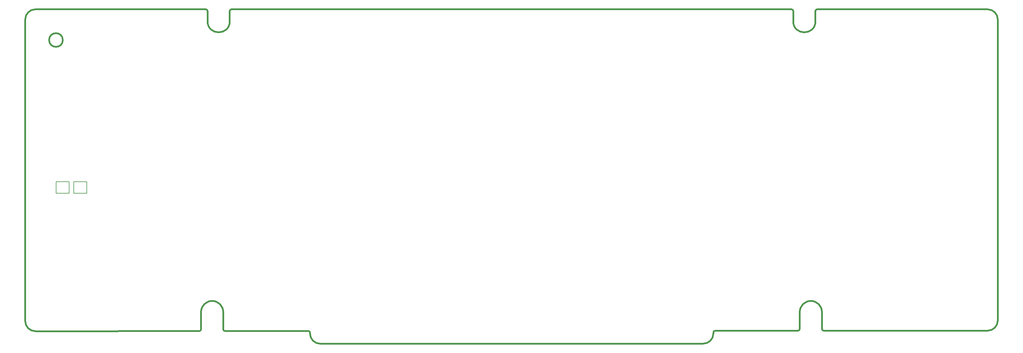
<source format=gbr>
%TF.GenerationSoftware,KiCad,Pcbnew,8.99.0-946-gf00a1ab517*%
%TF.CreationDate,2024-05-15T19:37:32+07:00*%
%TF.ProjectId,toro60,746f726f-3630-42e6-9b69-6361645f7063,rev?*%
%TF.SameCoordinates,Original*%
%TF.FileFunction,Profile,NP*%
%FSLAX46Y46*%
G04 Gerber Fmt 4.6, Leading zero omitted, Abs format (unit mm)*
G04 Created by KiCad (PCBNEW 8.99.0-946-gf00a1ab517) date 2024-05-15 19:37:32*
%MOMM*%
%LPD*%
G01*
G04 APERTURE LIST*
%TA.AperFunction,Profile*%
%ADD10C,0.500000*%
%TD*%
%TA.AperFunction,Profile*%
%ADD11C,0.150000*%
%TD*%
G04 APERTURE END LIST*
D10*
X125000000Y-89010000D02*
G75*
G02*
X122000000Y-86010000I0J3000000D01*
G01*
X240080000Y-85990000D02*
G75*
G02*
X237080000Y-88990000I-3000000J0D01*
G01*
X97100575Y-85284572D02*
G75*
G02*
X96599990Y-84776514I-475J500172D01*
G01*
X121497113Y-85256239D02*
X97100575Y-85284572D01*
X323330000Y6002494D02*
X323330000Y-82186914D01*
X122000000Y-86010000D02*
X121997804Y-85748250D01*
X91504894Y9012911D02*
X41609747Y9012911D01*
X98505000Y8512886D02*
G75*
G02*
X98996787Y9012929I500200J-86D01*
G01*
X92005000Y8508543D02*
X92005000Y5501773D01*
X91504894Y9012911D02*
G75*
G02*
X92004993Y8508543I6J-500111D01*
G01*
X96600000Y-84776514D02*
X96600000Y-79712091D01*
X98505000Y5512886D02*
G75*
G02*
X92005019Y5501773I-3250000J14D01*
G01*
X262954694Y9012911D02*
G75*
G02*
X263454911Y8512686I106J-500111D01*
G01*
X263454993Y8512686D02*
X263454993Y5512986D01*
X49630000Y10000D02*
G75*
G02*
X45630000Y10000I-2000000J0D01*
G01*
X45630000Y10000D02*
G75*
G02*
X49630000Y10000I2000000J0D01*
G01*
X89600579Y-85293283D02*
X89600580Y-85293282D01*
X90100000Y-79712091D02*
X90100000Y-84793314D01*
X269954993Y5512986D02*
G75*
G02*
X263454993Y5512986I-3250000J1D01*
G01*
X272359894Y-85187089D02*
G75*
G02*
X271859982Y-84678571I106J500089D01*
G01*
X38630000Y-82348992D02*
X38630000Y6012886D01*
X240081500Y-85687214D02*
X240080000Y-85990000D01*
X265359993Y-79712014D02*
X265359993Y-84686914D01*
X262954694Y9012911D02*
X98996787Y9012911D01*
X89600580Y-85293282D02*
X41633478Y-85348990D01*
X90100000Y-84793314D02*
G75*
G02*
X89600579Y-85293300I-500000J14D01*
G01*
X41633478Y-85348990D02*
G75*
G02*
X38630008Y-82348992I-3478J2999990D01*
G01*
X98505000Y5512886D02*
X98505000Y8512886D01*
X320329994Y9012911D02*
G75*
G02*
X323329993Y6002494I6J-3000011D01*
G01*
X269954993Y5512986D02*
X269954993Y8512886D01*
X323330000Y-82186914D02*
G75*
G02*
X320329894Y-85187000I-3000000J-86D01*
G01*
X240081500Y-85687214D02*
G75*
G02*
X240573287Y-85187071I500200J14D01*
G01*
X270454994Y9012887D02*
X270454994Y9012911D01*
X121497113Y-85256239D02*
G75*
G02*
X121997795Y-85748250I587J-500161D01*
G01*
X38630000Y6012886D02*
G75*
G02*
X41609747Y9012930I3000200J-86D01*
G01*
X320329894Y-85187020D02*
X320329894Y-85187089D01*
X90100000Y-79712091D02*
G75*
G02*
X96600000Y-79712091I3250000J2D01*
G01*
X263454919Y8512686D02*
X263454993Y8512686D01*
X265359993Y-79712014D02*
G75*
G02*
X271859993Y-79712014I3250000J1D01*
G01*
X269954993Y8512886D02*
G75*
G02*
X270454994Y9012907I500007J14D01*
G01*
X264854998Y-85187089D02*
X240573287Y-85187089D01*
X265359993Y-84686914D02*
G75*
G02*
X264854998Y-85187070I-500193J14D01*
G01*
X272359894Y-85187089D02*
X320329894Y-85187089D01*
X237080000Y-88990000D02*
X125000000Y-89010000D01*
X271859993Y-84678571D02*
X271859993Y-79712014D01*
X270454994Y9012911D02*
X320329994Y9012911D01*
D11*
%TO.C,Dled1*%
X47706000Y-44880000D02*
X47706000Y-41480000D01*
X51506000Y-41480000D02*
X47706000Y-41480000D01*
X51506000Y-44880000D02*
X47706000Y-44880000D01*
X51506000Y-44880000D02*
X51506000Y-41480000D01*
%TO.C,Dled2*%
X52869000Y-44880000D02*
X52869000Y-41480000D01*
X56669000Y-41480000D02*
X52869000Y-41480000D01*
X56669000Y-44880000D02*
X52869000Y-44880000D01*
X56669000Y-44880000D02*
X56669000Y-41480000D01*
%TD*%
M02*

</source>
